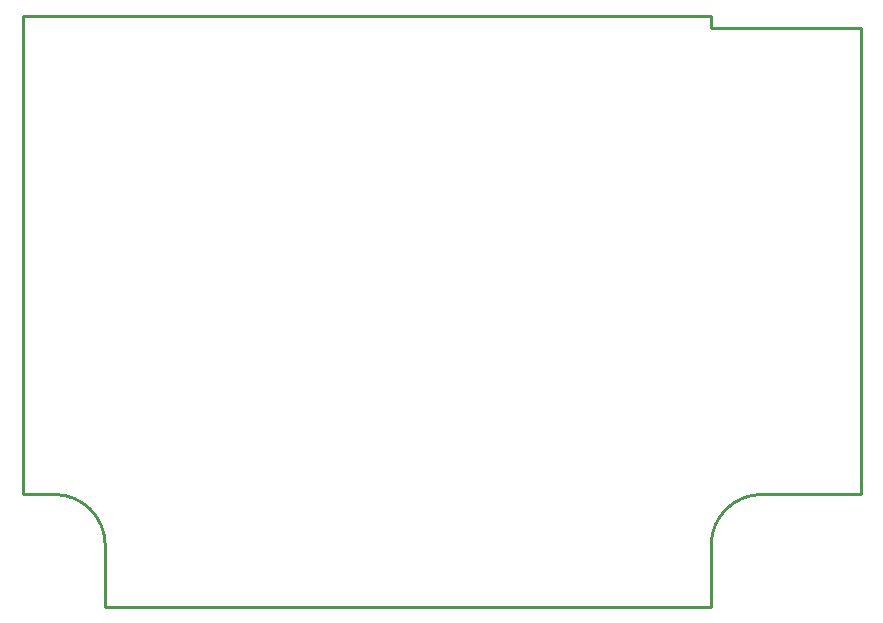
<source format=gko>
%FSLAX24Y24*%
%MOIN*%
G70*
G01*
G75*
G04 Layer_Color=16711935*
%ADD10C,0.0079*%
G04:AMPARAMS|DCode=11|XSize=28mil|YSize=35.8mil|CornerRadius=2.8mil|HoleSize=0mil|Usage=FLASHONLY|Rotation=0.000|XOffset=0mil|YOffset=0mil|HoleType=Round|Shape=RoundedRectangle|*
%AMROUNDEDRECTD11*
21,1,0.0280,0.0302,0,0,0.0*
21,1,0.0224,0.0358,0,0,0.0*
1,1,0.0056,0.0112,-0.0151*
1,1,0.0056,-0.0112,-0.0151*
1,1,0.0056,-0.0112,0.0151*
1,1,0.0056,0.0112,0.0151*
%
%ADD11ROUNDEDRECTD11*%
G04:AMPARAMS|DCode=12|XSize=41mil|YSize=36mil|CornerRadius=1.8mil|HoleSize=0mil|Usage=FLASHONLY|Rotation=0.000|XOffset=0mil|YOffset=0mil|HoleType=Round|Shape=RoundedRectangle|*
%AMROUNDEDRECTD12*
21,1,0.0410,0.0324,0,0,0.0*
21,1,0.0374,0.0360,0,0,0.0*
1,1,0.0036,0.0187,-0.0162*
1,1,0.0036,-0.0187,-0.0162*
1,1,0.0036,-0.0187,0.0162*
1,1,0.0036,0.0187,0.0162*
%
%ADD12ROUNDEDRECTD12*%
G04:AMPARAMS|DCode=13|XSize=41mil|YSize=36mil|CornerRadius=1.8mil|HoleSize=0mil|Usage=FLASHONLY|Rotation=270.000|XOffset=0mil|YOffset=0mil|HoleType=Round|Shape=RoundedRectangle|*
%AMROUNDEDRECTD13*
21,1,0.0410,0.0324,0,0,270.0*
21,1,0.0374,0.0360,0,0,270.0*
1,1,0.0036,-0.0162,-0.0187*
1,1,0.0036,-0.0162,0.0187*
1,1,0.0036,0.0162,0.0187*
1,1,0.0036,0.0162,-0.0187*
%
%ADD13ROUNDEDRECTD13*%
%ADD14O,0.0394X0.0984*%
%ADD15O,0.0984X0.0394*%
G04:AMPARAMS|DCode=16|XSize=28mil|YSize=35.8mil|CornerRadius=2.8mil|HoleSize=0mil|Usage=FLASHONLY|Rotation=270.000|XOffset=0mil|YOffset=0mil|HoleType=Round|Shape=RoundedRectangle|*
%AMROUNDEDRECTD16*
21,1,0.0280,0.0302,0,0,270.0*
21,1,0.0224,0.0358,0,0,270.0*
1,1,0.0056,-0.0151,-0.0112*
1,1,0.0056,-0.0151,0.0112*
1,1,0.0056,0.0151,0.0112*
1,1,0.0056,0.0151,-0.0112*
%
%ADD16ROUNDEDRECTD16*%
%ADD17O,0.0591X0.0281*%
G04:AMPARAMS|DCode=18|XSize=78.7mil|YSize=47.2mil|CornerRadius=11.8mil|HoleSize=0mil|Usage=FLASHONLY|Rotation=180.000|XOffset=0mil|YOffset=0mil|HoleType=Round|Shape=RoundedRectangle|*
%AMROUNDEDRECTD18*
21,1,0.0787,0.0236,0,0,180.0*
21,1,0.0551,0.0472,0,0,180.0*
1,1,0.0236,-0.0276,0.0118*
1,1,0.0236,0.0276,0.0118*
1,1,0.0236,0.0276,-0.0118*
1,1,0.0236,-0.0276,-0.0118*
%
%ADD18ROUNDEDRECTD18*%
%ADD19C,0.0472*%
%ADD20O,0.0709X0.0315*%
%ADD21C,0.0157*%
%ADD22C,0.0118*%
%ADD23C,0.0394*%
%ADD24C,0.0197*%
%ADD25C,0.0600*%
%ADD26R,0.0600X0.0600*%
%ADD27O,0.0984X0.2165*%
%ADD28C,0.0709*%
%ADD29R,0.0600X0.0600*%
%ADD30C,0.0669*%
%ADD31C,0.0315*%
%ADD32C,0.0394*%
%ADD33O,0.0281X0.0591*%
G04:AMPARAMS|DCode=34|XSize=94.5mil|YSize=110.2mil|CornerRadius=23.6mil|HoleSize=0mil|Usage=FLASHONLY|Rotation=180.000|XOffset=0mil|YOffset=0mil|HoleType=Round|Shape=RoundedRectangle|*
%AMROUNDEDRECTD34*
21,1,0.0945,0.0630,0,0,180.0*
21,1,0.0472,0.1102,0,0,180.0*
1,1,0.0472,-0.0236,0.0315*
1,1,0.0472,0.0236,0.0315*
1,1,0.0472,0.0236,-0.0315*
1,1,0.0472,-0.0236,-0.0315*
%
%ADD34ROUNDEDRECTD34*%
G04:AMPARAMS|DCode=35|XSize=51.2mil|YSize=72mil|CornerRadius=2.6mil|HoleSize=0mil|Usage=FLASHONLY|Rotation=90.000|XOffset=0mil|YOffset=0mil|HoleType=Round|Shape=RoundedRectangle|*
%AMROUNDEDRECTD35*
21,1,0.0512,0.0669,0,0,90.0*
21,1,0.0461,0.0720,0,0,90.0*
1,1,0.0051,0.0335,0.0230*
1,1,0.0051,0.0335,-0.0230*
1,1,0.0051,-0.0335,-0.0230*
1,1,0.0051,-0.0335,0.0230*
%
%ADD35ROUNDEDRECTD35*%
G04:AMPARAMS|DCode=36|XSize=54mil|YSize=50mil|CornerRadius=12.5mil|HoleSize=0mil|Usage=FLASHONLY|Rotation=180.000|XOffset=0mil|YOffset=0mil|HoleType=Round|Shape=RoundedRectangle|*
%AMROUNDEDRECTD36*
21,1,0.0540,0.0250,0,0,180.0*
21,1,0.0290,0.0500,0,0,180.0*
1,1,0.0250,-0.0145,0.0125*
1,1,0.0250,0.0145,0.0125*
1,1,0.0250,0.0145,-0.0125*
1,1,0.0250,-0.0145,-0.0125*
%
%ADD36ROUNDEDRECTD36*%
G04:AMPARAMS|DCode=37|XSize=70.9mil|YSize=51.2mil|CornerRadius=12.8mil|HoleSize=0mil|Usage=FLASHONLY|Rotation=90.000|XOffset=0mil|YOffset=0mil|HoleType=Round|Shape=RoundedRectangle|*
%AMROUNDEDRECTD37*
21,1,0.0709,0.0256,0,0,90.0*
21,1,0.0453,0.0512,0,0,90.0*
1,1,0.0256,0.0128,0.0226*
1,1,0.0256,0.0128,-0.0226*
1,1,0.0256,-0.0128,-0.0226*
1,1,0.0256,-0.0128,0.0226*
%
%ADD37ROUNDEDRECTD37*%
%ADD38C,0.0070*%
%ADD39C,0.0071*%
%ADD40C,0.0098*%
%ADD41C,0.0100*%
%ADD42C,0.0039*%
G04:AMPARAMS|DCode=43|XSize=33.9mil|YSize=41.8mil|CornerRadius=5.8mil|HoleSize=0mil|Usage=FLASHONLY|Rotation=0.000|XOffset=0mil|YOffset=0mil|HoleType=Round|Shape=RoundedRectangle|*
%AMROUNDEDRECTD43*
21,1,0.0339,0.0302,0,0,0.0*
21,1,0.0224,0.0418,0,0,0.0*
1,1,0.0116,0.0112,-0.0151*
1,1,0.0116,-0.0112,-0.0151*
1,1,0.0116,-0.0112,0.0151*
1,1,0.0116,0.0112,0.0151*
%
%ADD43ROUNDEDRECTD43*%
G04:AMPARAMS|DCode=44|XSize=47mil|YSize=42mil|CornerRadius=4.8mil|HoleSize=0mil|Usage=FLASHONLY|Rotation=0.000|XOffset=0mil|YOffset=0mil|HoleType=Round|Shape=RoundedRectangle|*
%AMROUNDEDRECTD44*
21,1,0.0470,0.0324,0,0,0.0*
21,1,0.0374,0.0420,0,0,0.0*
1,1,0.0096,0.0187,-0.0162*
1,1,0.0096,-0.0187,-0.0162*
1,1,0.0096,-0.0187,0.0162*
1,1,0.0096,0.0187,0.0162*
%
%ADD44ROUNDEDRECTD44*%
G04:AMPARAMS|DCode=45|XSize=47mil|YSize=42mil|CornerRadius=4.8mil|HoleSize=0mil|Usage=FLASHONLY|Rotation=270.000|XOffset=0mil|YOffset=0mil|HoleType=Round|Shape=RoundedRectangle|*
%AMROUNDEDRECTD45*
21,1,0.0470,0.0324,0,0,270.0*
21,1,0.0374,0.0420,0,0,270.0*
1,1,0.0096,-0.0162,-0.0187*
1,1,0.0096,-0.0162,0.0187*
1,1,0.0096,0.0162,0.0187*
1,1,0.0096,0.0162,-0.0187*
%
%ADD45ROUNDEDRECTD45*%
%ADD46O,0.0454X0.1044*%
%ADD47O,0.1044X0.0454*%
G04:AMPARAMS|DCode=48|XSize=33.9mil|YSize=41.8mil|CornerRadius=5.8mil|HoleSize=0mil|Usage=FLASHONLY|Rotation=270.000|XOffset=0mil|YOffset=0mil|HoleType=Round|Shape=RoundedRectangle|*
%AMROUNDEDRECTD48*
21,1,0.0339,0.0302,0,0,270.0*
21,1,0.0224,0.0418,0,0,270.0*
1,1,0.0116,-0.0151,-0.0112*
1,1,0.0116,-0.0151,0.0112*
1,1,0.0116,0.0151,0.0112*
1,1,0.0116,0.0151,-0.0112*
%
%ADD48ROUNDEDRECTD48*%
%ADD49O,0.0650X0.0341*%
G04:AMPARAMS|DCode=50|XSize=84.7mil|YSize=53.2mil|CornerRadius=14.8mil|HoleSize=0mil|Usage=FLASHONLY|Rotation=180.000|XOffset=0mil|YOffset=0mil|HoleType=Round|Shape=RoundedRectangle|*
%AMROUNDEDRECTD50*
21,1,0.0847,0.0236,0,0,180.0*
21,1,0.0551,0.0532,0,0,180.0*
1,1,0.0296,-0.0276,0.0118*
1,1,0.0296,0.0276,0.0118*
1,1,0.0296,0.0276,-0.0118*
1,1,0.0296,-0.0276,-0.0118*
%
%ADD50ROUNDEDRECTD50*%
%ADD51O,0.0768X0.0375*%
%ADD52C,0.0660*%
%ADD53R,0.0660X0.0660*%
%ADD54O,0.1044X0.2225*%
%ADD55C,0.0768*%
%ADD56R,0.0660X0.0660*%
%ADD57C,0.0729*%
%ADD58C,0.0532*%
%ADD59O,0.0341X0.0650*%
G04:AMPARAMS|DCode=60|XSize=100.5mil|YSize=116.2mil|CornerRadius=26.6mil|HoleSize=0mil|Usage=FLASHONLY|Rotation=180.000|XOffset=0mil|YOffset=0mil|HoleType=Round|Shape=RoundedRectangle|*
%AMROUNDEDRECTD60*
21,1,0.1005,0.0630,0,0,180.0*
21,1,0.0472,0.1162,0,0,180.0*
1,1,0.0532,-0.0236,0.0315*
1,1,0.0532,0.0236,0.0315*
1,1,0.0532,0.0236,-0.0315*
1,1,0.0532,-0.0236,-0.0315*
%
%ADD60ROUNDEDRECTD60*%
G04:AMPARAMS|DCode=61|XSize=57.2mil|YSize=78mil|CornerRadius=5.6mil|HoleSize=0mil|Usage=FLASHONLY|Rotation=90.000|XOffset=0mil|YOffset=0mil|HoleType=Round|Shape=RoundedRectangle|*
%AMROUNDEDRECTD61*
21,1,0.0572,0.0669,0,0,90.0*
21,1,0.0461,0.0780,0,0,90.0*
1,1,0.0111,0.0335,0.0230*
1,1,0.0111,0.0335,-0.0230*
1,1,0.0111,-0.0335,-0.0230*
1,1,0.0111,-0.0335,0.0230*
%
%ADD61ROUNDEDRECTD61*%
G04:AMPARAMS|DCode=62|XSize=60mil|YSize=56mil|CornerRadius=15.5mil|HoleSize=0mil|Usage=FLASHONLY|Rotation=180.000|XOffset=0mil|YOffset=0mil|HoleType=Round|Shape=RoundedRectangle|*
%AMROUNDEDRECTD62*
21,1,0.0600,0.0250,0,0,180.0*
21,1,0.0290,0.0560,0,0,180.0*
1,1,0.0310,-0.0145,0.0125*
1,1,0.0310,0.0145,0.0125*
1,1,0.0310,0.0145,-0.0125*
1,1,0.0310,-0.0145,-0.0125*
%
%ADD62ROUNDEDRECTD62*%
G04:AMPARAMS|DCode=63|XSize=76.8mil|YSize=57.2mil|CornerRadius=15.8mil|HoleSize=0mil|Usage=FLASHONLY|Rotation=90.000|XOffset=0mil|YOffset=0mil|HoleType=Round|Shape=RoundedRectangle|*
%AMROUNDEDRECTD63*
21,1,0.0768,0.0256,0,0,90.0*
21,1,0.0453,0.0572,0,0,90.0*
1,1,0.0316,0.0128,0.0226*
1,1,0.0316,0.0128,-0.0226*
1,1,0.0316,-0.0128,-0.0226*
1,1,0.0316,-0.0128,0.0226*
%
%ADD63ROUNDEDRECTD63*%
%ADD64C,0.0070*%
D41*
X34567Y13780D02*
G03*
X32874Y12087I0J-1693D01*
G01*
X12677D02*
G03*
X10984Y13780I-1693J0D01*
G01*
X37874D02*
Y29331D01*
X32874D02*
Y29724D01*
Y29331D02*
X37874D01*
X9921Y29724D02*
X32874D01*
Y10039D02*
Y12087D01*
X34567Y13780D02*
X37874D01*
X12677Y10039D02*
Y12087D01*
X9921Y13780D02*
X10984D01*
X9921D02*
Y29724D01*
X12677Y10039D02*
X32874D01*
M02*

</source>
